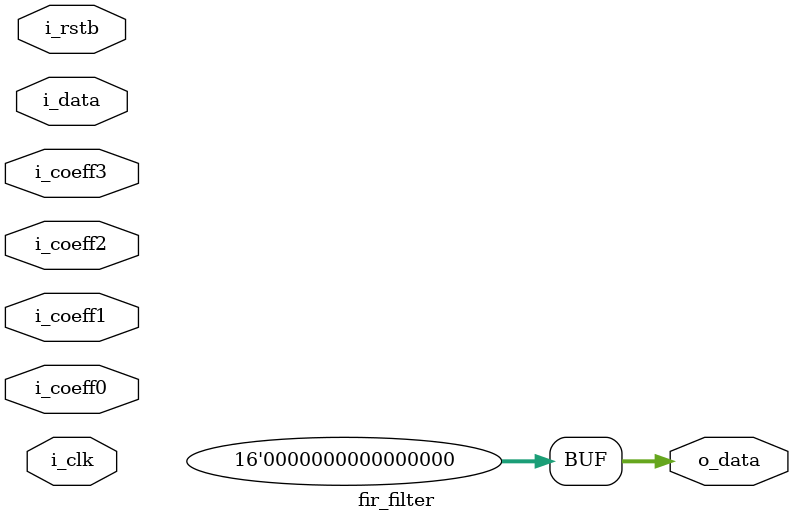
<source format=sv>
`timescale 1ns/100ps
module fir_filter(
    input  logic               i_clk,
    input  logic               i_rstb,
    input  logic signed [15:0] i_data,
    input  logic signed [15:0] i_coeff0,
    input  logic signed [15:0] i_coeff1,
    input  logic signed [15:0] i_coeff2,
    input  logic signed [15:0] i_coeff3,
    output logic signed [15:0] o_data
);

// Edit the code here begin ---------------------------------------------------

    assign o_data = 'b0;

// Edit the code here end -----------------------------------------------------

/*
    Following section is necessary for dumping waveforms. This is needed for debug and simulations
*/

`ifndef DISABLE_WAVES
    initial begin
        $dumpfile("./sim_build/fir_filter.vcd");
        $dumpvars(0, fir_filter);
    end
`endif

endmodule

</source>
